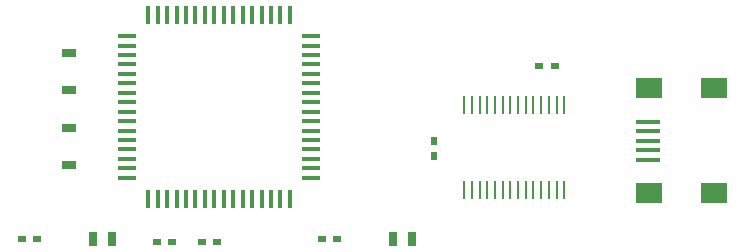
<source format=gbr>
G04 DipTrace 3.1.0.1*
G04 TopPaste.gbr*
%MOMM*%
G04 #@! TF.FileFunction,Paste,Top*
G04 #@! TF.Part,Single*
%ADD40R,0.3X1.6*%
%ADD42R,1.6X0.3*%
%ADD44R,0.2X1.6*%
%ADD46R,1.3X0.8*%
%ADD52R,2.3X1.8*%
%ADD54R,2.1X0.3*%
%ADD58R,0.8X1.25*%
%ADD64R,0.5X0.7*%
%ADD66R,0.7X0.5*%
%FSLAX35Y35*%
G04*
G71*
G90*
G75*
G01*
G04 TopPaste*
%LPD*%
D66*
X7797500Y2587500D3*
X7667500D3*
X4810000Y1095250D3*
X4940000D3*
D64*
X6778500Y1825500D3*
Y1955500D3*
D58*
X3888000Y1127000D3*
X4048000D3*
X6428000D3*
X6588000D3*
D54*
X8589273Y1793877D3*
Y1873877D3*
Y1953877D3*
Y2033877D3*
Y2113877D3*
D52*
X8599273Y1508877D3*
Y2398877D3*
X9149273Y1508877D3*
Y2398877D3*
D46*
X3682877Y1746123D3*
X3682873Y2698623D3*
X3682877Y2381127D3*
Y2063627D3*
D66*
X3286000Y1127000D3*
X3416000D3*
X5826000D3*
X5956000D3*
X4429000Y1095250D3*
X4559000D3*
D44*
X7032500Y1539750D3*
X7097500D3*
X7162500D3*
X7227500D3*
X7292500D3*
X7357500D3*
X7422500D3*
X7487500D3*
X7552500D3*
X7617500D3*
X7682500D3*
X7747500D3*
X7812500D3*
X7877500D3*
Y2259770D3*
X7812500Y2259750D3*
X7747500D3*
X7682500D3*
X7617500D3*
X7552500D3*
X7487500D3*
X7422500D3*
X7357500D3*
X7292500D3*
X7227500D3*
X7162500D3*
X7097500D3*
X7032500D3*
D42*
X4175000Y2841500D3*
Y2761500D3*
Y2681500D3*
Y2601500D3*
Y2521500D3*
Y2441500D3*
Y2361500D3*
Y2281500D3*
Y2201500D3*
Y2121500D3*
Y2041500D3*
Y1961500D3*
Y1881500D3*
Y1801500D3*
Y1721500D3*
Y1641500D3*
D40*
X4355000Y1461500D3*
X4435000D3*
X4515000D3*
X4595000D3*
X4675000D3*
X4755000D3*
X4835000D3*
X4915000D3*
X4995000D3*
X5075000D3*
X5155000D3*
X5235000D3*
X5315000D3*
X5395000D3*
X5475000D3*
X5555000D3*
D42*
X5735000Y1641500D3*
Y1721500D3*
Y1801500D3*
Y1881500D3*
Y1961500D3*
Y2041500D3*
Y2121500D3*
Y2201500D3*
Y2281500D3*
Y2361500D3*
Y2441500D3*
Y2521500D3*
Y2601500D3*
Y2681500D3*
Y2761500D3*
Y2841500D3*
D40*
X5555000Y3021500D3*
X5475000D3*
X5395000D3*
X5315000D3*
X5235000D3*
X5155000D3*
X5075000D3*
X4995000D3*
X4915000D3*
X4835000D3*
X4755000D3*
X4675000D3*
X4595000D3*
X4515000D3*
X4435000D3*
X4355000D3*
M02*

</source>
